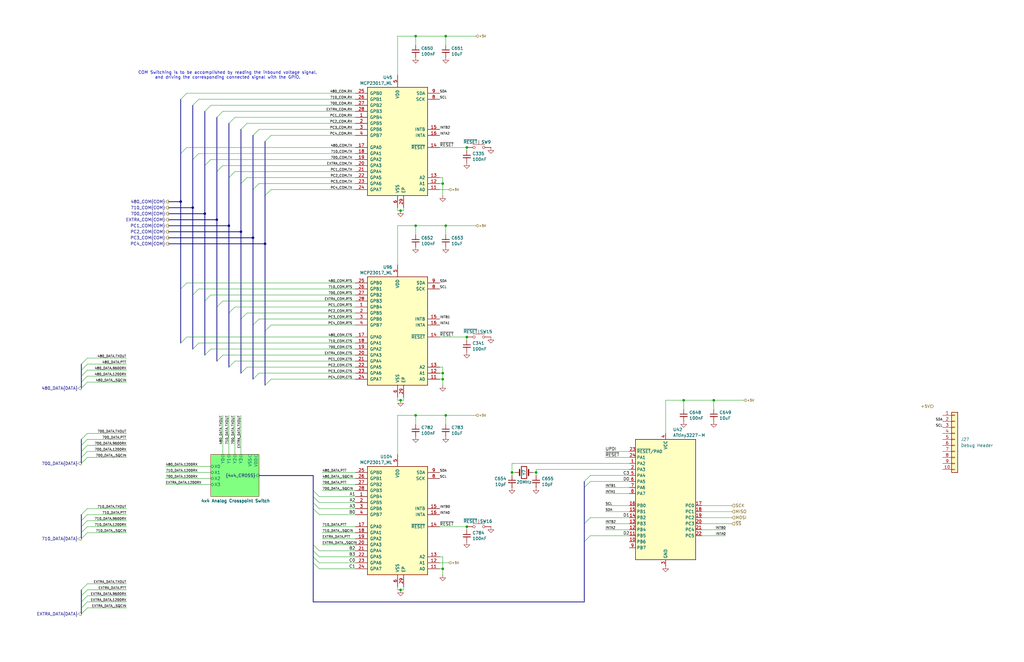
<source format=kicad_sch>
(kicad_sch (version 20250114) (generator "eeschema") (generator_version "9.0")
  (paper "B")
  (lib_symbols
    (symbol "Connector_Generic:Conn_01x10" (pin_names (offset 1.016) (hide yes))
      (property "Reference" "J" (at 0 12.7 0))
      (property "Value" "Conn_01x10" (at 0 -15.24 0))
      (symbol "Conn_01x10_1_1"
        (rectangle (start -1.27 11.43) (end 1.27 -13.97) (stroke (width 0.254)) (fill (type background)))
        (rectangle (start -1.27 10.287) (end 0 10.033) (stroke (width 0.1524)))
        (rectangle (start -1.27 7.747) (end 0 7.493) (stroke (width 0.1524)))
        (rectangle (start -1.27 5.207) (end 0 4.953) (stroke (width 0.1524)))
        (rectangle (start -1.27 2.667) (end 0 2.413) (stroke (width 0.1524)))
        (rectangle (start -1.27 0.127) (end 0 -0.127) (stroke (width 0.1524)))
        (rectangle (start -1.27 -2.413) (end 0 -2.667) (stroke (width 0.1524)))
        (rectangle (start -1.27 -4.953) (end 0 -5.207) (stroke (width 0.1524)))
        (rectangle (start -1.27 -7.493) (end 0 -7.747) (stroke (width 0.1524)))
        (rectangle (start -1.27 -10.033) (end 0 -10.287) (stroke (width 0.1524)))
        (rectangle (start -1.27 -12.573) (end 0 -12.827) (stroke (width 0.1524)))
        (pin passive line (at -5.08 10.16 0) (length 3.81) (name "Pin_1") (number "1"))
        (pin passive line (at -5.08 7.62 0) (length 3.81) (name "Pin_2") (number "2"))
        (pin passive line (at -5.08 5.08 0) (length 3.81) (name "Pin_3") (number "3"))
        (pin passive line (at -5.08 2.54 0) (length 3.81) (name "Pin_4") (number "4"))
        (pin passive line (at -5.08 0 0) (length 3.81) (name "Pin_5") (number "5"))
        (pin passive line (at -5.08 -2.54 0) (length 3.81) (name "Pin_6") (number "6"))
        (pin passive line (at -5.08 -5.08 0) (length 3.81) (name "Pin_7") (number "7"))
        (pin passive line (at -5.08 -7.62 0) (length 3.81) (name "Pin_8") (number "8"))
        (pin passive line (at -5.08 -10.16 0) (length 3.81) (name "Pin_9") (number "9"))
        (pin passive line (at -5.08 -12.7 0) (length 3.81) (name "Pin_10") (number "10"))
      )
    )
    (symbol "Device:C_Small" (pin_numbers (hide yes)) (pin_names (offset 0.254) (hide yes))
      (property "Reference" "C" (at 0.254 1.778 0))
      (property "Value" "C_Small" (at 0.254 -2.032 0))
      (symbol "C_Small_0_1"
        (polyline (pts (xy -1.524 0.508) (xy 1.524 0.508)) (stroke (width 0.3048)))
        (polyline (pts (xy -1.524 -0.508) (xy 1.524 -0.508)) (stroke (width 0.3302)))
      )
      (symbol "C_Small_1_1"
        (pin passive line (at 0 2.54 270) (length 2.032) (name "~") (number "1"))
        (pin passive line (at 0 -2.54 90) (length 2.032) (name "~") (number "2"))
      )
    )
    (symbol "Device:Crystal" (pin_numbers (hide yes)) (pin_names (offset 1.016) (hide yes))
      (property "Reference" "Y" (at 0 3.81 0))
      (property "Value" "Crystal" (at 0 -3.81 0))
      (symbol "Crystal_0_1"
        (polyline (pts (xy -2.54 0) (xy -1.905 0)))
        (polyline (pts (xy -1.905 -1.27) (xy -1.905 1.27)) (stroke (width 0.508)))
        (rectangle (start -1.143 2.54) (end 1.143 -2.54) (stroke (width 0.3048)))
        (polyline (pts (xy 1.905 -1.27) (xy 1.905 1.27)) (stroke (width 0.508)))
        (polyline (pts (xy 2.54 0) (xy 1.905 0)))
      )
      (symbol "Crystal_1_1"
        (pin passive line (at -3.81 0 0) (length 1.27) (name "1") (number "1"))
        (pin passive line (at 3.81 0 180) (length 1.27) (name "2") (number "2"))
      )
    )
    (symbol "Interface_Expansion:MCP23017_ML" (pin_names (offset 1.016))
      (property "Reference" "U" (at -11.43 24.13 0))
      (property "Value" "MCP23017_ML" (at 0 0 0))
      (symbol "MCP23017_ML_0_1"
        (rectangle (start -12.7 22.86) (end 12.7 -22.86) (stroke (width 0.254)) (fill (type background)))
      )
      (symbol "MCP23017_ML_1_1"
        (pin bidirectional line (at -17.78 20.32 0) (length 5.08) (name "SDA") (number "9"))
        (pin input line (at -17.78 17.78 0) (length 5.08) (name "SCK") (number "8"))
        (pin tri_state line (at -17.78 5.08 0) (length 5.08) (name "INTB") (number "15"))
        (pin tri_state line (at -17.78 2.54 0) (length 5.08) (name "INTA") (number "16"))
        (pin input line (at -17.78 -2.54 0) (length 5.08) (name "~{RESET}") (number "14"))
        (pin input line (at -17.78 -15.24 0) (length 5.08) (name "A2") (number "13"))
        (pin input line (at -17.78 -17.78 0) (length 5.08) (name "A1") (number "12"))
        (pin input line (at -17.78 -20.32 0) (length 5.08) (name "A0") (number "11"))
        (pin no_connect line (at -12.7 15.24 0) (length 5.08) (hide yes) (name "NC") (number "7"))
        (pin no_connect line (at -12.7 12.7 0) (length 5.08) (hide yes) (name "NC") (number "10"))
        (pin passive line (at -2.54 -27.94 90) (length 5.08) (name "EP") (number "29"))
        (pin power_in line (at 0 27.94 270) (length 5.08) (name "VDD") (number "5"))
        (pin power_in line (at 0 -27.94 90) (length 5.08) (name "VSS") (number "6"))
        (pin bidirectional line (at 17.78 20.32 180) (length 5.08) (name "GPB0") (number "25"))
        (pin bidirectional line (at 17.78 17.78 180) (length 5.08) (name "GPB1") (number "26"))
        (pin bidirectional line (at 17.78 15.24 180) (length 5.08) (name "GPB2") (number "27"))
        (pin bidirectional line (at 17.78 12.7 180) (length 5.08) (name "GPB3") (number "28"))
        (pin bidirectional line (at 17.78 10.16 180) (length 5.08) (name "GPB4") (number "1"))
        (pin bidirectional line (at 17.78 7.62 180) (length 5.08) (name "GPB5") (number "2"))
        (pin bidirectional line (at 17.78 5.08 180) (length 5.08) (name "GPB6") (number "3"))
        (pin output line (at 17.78 2.54 180) (length 5.08) (name "GPB7") (number "4"))
        (pin bidirectional line (at 17.78 -2.54 180) (length 5.08) (name "GPA0") (number "17"))
        (pin bidirectional line (at 17.78 -5.08 180) (length 5.08) (name "GPA1") (number "18"))
        (pin bidirectional line (at 17.78 -7.62 180) (length 5.08) (name "GPA2") (number "19"))
        (pin bidirectional line (at 17.78 -10.16 180) (length 5.08) (name "GPA3") (number "20"))
        (pin bidirectional line (at 17.78 -12.7 180) (length 5.08) (name "GPA4") (number "21"))
        (pin bidirectional line (at 17.78 -15.24 180) (length 5.08) (name "GPA5") (number "22"))
        (pin bidirectional line (at 17.78 -17.78 180) (length 5.08) (name "GPA6") (number "23"))
        (pin output line (at 17.78 -20.32 180) (length 5.08) (name "GPA7") (number "24"))
      )
    )
    (symbol "MCU_Microchip_ATtiny:ATtiny3227-M"
      (property "Reference" "U" (at -12.7 26.67 0))
      (property "Value" "ATtiny3227-M" (at 2.54 -26.67 0))
      (symbol "ATtiny3227-M_0_1"
        (rectangle (start -12.7 -25.4) (end 12.7 25.4) (stroke (width 0.254)) (fill (type background)))
      )
      (symbol "ATtiny3227-M_1_1"
        (pin bidirectional line (at -15.24 -2.54 0) (length 2.54) (name "PC0") (number "17"))
        (pin bidirectional line (at -15.24 -5.08 0) (length 2.54) (name "PC1") (number "18"))
        (pin bidirectional line (at -15.24 -7.62 0) (length 2.54) (name "PC2") (number "19"))
        (pin bidirectional line (at -15.24 -10.16 0) (length 2.54) (name "PC3") (number "20"))
        (pin bidirectional line (at -15.24 -12.7 0) (length 2.54) (name "PC4") (number "21"))
        (pin bidirectional line (at -15.24 -15.24 0) (length 2.54) (name "PC5") (number "22"))
        (pin power_in line (at 0 27.94 270) (length 2.54) (name "VCC") (number "4"))
        (pin passive line (at 0 -27.94 90) (length 2.54) (hide yes) (name "GND") (number "25"))
        (pin power_in line (at 0 -27.94 90) (length 2.54) (name "GND") (number "3"))
        (pin bidirectional line (at 15.24 20.32 180) (length 2.54) (name "~{RESET}/PA0") (number "23"))
        (pin bidirectional line (at 15.24 17.78 180) (length 2.54) (name "PA1") (number "24"))
        (pin bidirectional line (at 15.24 15.24 180) (length 2.54) (name "PA2") (number "1"))
        (pin bidirectional line (at 15.24 12.7 180) (length 2.54) (name "PA3") (number "2"))
        (pin bidirectional line (at 15.24 10.16 180) (length 2.54) (name "PA4") (number "5"))
        (pin bidirectional line (at 15.24 7.62 180) (length 2.54) (name "PA5") (number "6"))
        (pin bidirectional line (at 15.24 5.08 180) (length 2.54) (name "PA6") (number "7"))
        (pin bidirectional line (at 15.24 2.54 180) (length 2.54) (name "PA7") (number "8"))
        (pin bidirectional line (at 15.24 -2.54 180) (length 2.54) (name "PB0") (number "16"))
        (pin bidirectional line (at 15.24 -5.08 180) (length 2.54) (name "PB1") (number "15"))
        (pin bidirectional line (at 15.24 -7.62 180) (length 2.54) (name "PB2") (number "14"))
        (pin bidirectional line (at 15.24 -10.16 180) (length 2.54) (name "PB3") (number "13"))
        (pin bidirectional line (at 15.24 -12.7 180) (length 2.54) (name "PB4") (number "12"))
        (pin bidirectional line (at 15.24 -15.24 180) (length 2.54) (name "PB5") (number "11"))
        (pin bidirectional line (at 15.24 -17.78 180) (length 2.54) (name "PB6") (number "10"))
        (pin bidirectional line (at 15.24 -20.32 180) (length 2.54) (name "PB7") (number "9"))
      )
    )
    (symbol "Switch:SW_Push" (pin_numbers (hide yes)) (pin_names (offset 1.016) (hide yes))
      (property "Reference" "SW" (at 1.27 2.54 0))
      (property "Value" "SW_Push" (at 0 -1.524 0))
      (symbol "SW_Push_0_1"
        (circle (center -2.032 0) (radius 0.508))
        (polyline (pts (xy 0 1.27) (xy 0 3.048)))
        (circle (center 2.032 0) (radius 0.508))
        (polyline (pts (xy 2.54 1.27) (xy -2.54 1.27)))
        (pin passive line (at -5.08 0 0) (length 2.54) (name "1") (number "1"))
        (pin passive line (at 5.08 0 180) (length 2.54) (name "2") (number "2"))
      )
    )
    (symbol "power:GND" (power) (pin_numbers (hide yes)) (pin_names (offset 0) (hide yes))
      (property "Value" "GND" (at 0 -3.81 0))
      (symbol "GND_0_1"
        (polyline (pts (xy 0 0) (xy 0 -1.27) (xy 1.27 -1.27) (xy 0 -2.54) (xy -1.27 -1.27) (xy 0 -1.27)))
      )
      (symbol "GND_1_1"
        (pin power_in line (at 0 0 270) (length 0) (name "~") (number "1"))
      )
    )
  )
  (text "COM Switching is to be accomplished by reading the inbound voltage signal,\nand driving the corresponding connected signal with the GPIO." (at 96.012 31.75 0) (effects (font (size 1.27 1.27))))
  (junction (at 186.69 77.47))
  (junction (at 175.26 15.24))
  (junction (at 187.96 95.25))
  (junction (at 196.85 62.23))
  (junction (at 76.2 85.09))
  (junction (at 175.26 95.25))
  (junction (at 91.44 92.71))
  (junction (at 186.69 160.02))
  (junction (at 196.85 222.25))
  (junction (at 96.52 95.25))
  (junction (at 168.91 168.91))
  (junction (at 226.06 199.39))
  (junction (at 215.9 199.39))
  (junction (at 86.36 90.17))
  (junction (at 187.96 175.26))
  (junction (at 187.96 15.24))
  (junction (at 111.76 102.87))
  (junction (at 288.29 168.91))
  (junction (at 175.26 175.26))
  (junction (at 81.28 87.63))
  (junction (at 300.99 168.91))
  (junction (at 101.6 97.79))
  (junction (at 106.68 100.33))
  (junction (at 186.69 240.03))
  (junction (at 196.85 142.24))
  (junction (at 168.91 88.9))
  (junction (at 168.91 248.92))
  (junction (at 186.69 157.48))
  (bus_entry (at 99.06 152.4) (size -2.54 2.54))
  (bus_entry (at 36.83 248.92) (size -2.54 2.54))
  (bus_entry (at 78.74 119.38) (size -2.54 2.54))
  (bus_entry (at 78.74 142.24) (size -2.54 2.54))
  (bus_entry (at 93.98 149.86) (size -2.54 2.54))
  (bus_entry (at 36.83 190.5) (size -2.54 2.54))
  (bus_entry (at 36.83 217.17) (size -2.54 2.54))
  (bus_entry (at 104.14 132.08) (size -2.54 2.54))
  (bus_entry (at 83.82 41.91) (size -2.54 2.54))
  (bus_entry (at 36.83 222.25) (size -2.54 2.54))
  (bus_entry (at 78.74 62.23) (size -2.54 2.54))
  (bus_entry (at 36.83 254) (size -2.54 2.54))
  (bus_entry (at 83.82 144.78) (size -2.54 2.54))
  (bus_entry (at 132.08 207.01) (size 2.54 2.54))
  (bus_entry (at 246.38 203.2) (size 2.54 -2.54))
  (bus_entry (at 99.06 129.54) (size -2.54 2.54))
  (bus_entry (at 36.83 187.96) (size -2.54 2.54))
  (bus_entry (at 83.82 64.77) (size -2.54 2.54))
  (bus_entry (at 93.98 69.85) (size -2.54 2.54))
  (bus_entry (at 114.3 80.01) (size -2.54 2.54))
  (bus_entry (at 104.14 154.94) (size -2.54 2.54))
  (bus_entry (at 109.22 54.61) (size -2.54 2.54))
  (bus_entry (at 36.83 224.79) (size -2.54 2.54))
  (bus_entry (at 132.08 234.95) (size 2.54 2.54))
  (bus_entry (at 36.83 151.13) (size -2.54 2.54))
  (bus_entry (at 36.83 158.75) (size -2.54 2.54))
  (bus_entry (at 36.83 193.04) (size -2.54 2.54))
  (bus_entry (at 36.83 251.46) (size -2.54 2.54))
  (bus_entry (at 246.38 205.74) (size 2.54 -2.54))
  (bus_entry (at 99.06 72.39) (size -2.54 2.54))
  (bus_entry (at 104.14 74.93) (size -2.54 2.54))
  (bus_entry (at 109.22 157.48) (size -2.54 2.54))
  (bus_entry (at 132.08 209.55) (size 2.54 2.54))
  (bus_entry (at 36.83 246.38) (size -2.54 2.54))
  (bus_entry (at 109.22 77.47) (size -2.54 2.54))
  (bus_entry (at 88.9 44.45) (size -2.54 2.54))
  (bus_entry (at 36.83 256.54) (size -2.54 2.54))
  (bus_entry (at 109.22 134.62) (size -2.54 2.54))
  (bus_entry (at 132.08 237.49) (size 2.54 2.54))
  (bus_entry (at 36.83 185.42) (size -2.54 2.54))
  (bus_entry (at 36.83 153.67) (size -2.54 2.54))
  (bus_entry (at 132.08 232.41) (size 2.54 2.54))
  (bus_entry (at 132.08 212.09) (size 2.54 2.54))
  (bus_entry (at 36.83 156.21) (size -2.54 2.54))
  (bus_entry (at 36.83 161.29) (size -2.54 2.54))
  (bus_entry (at 36.83 214.63) (size -2.54 2.54))
  (bus_entry (at 88.9 124.46) (size -2.54 2.54))
  (bus_entry (at 78.74 39.37) (size -2.54 2.54))
  (bus_entry (at 104.14 52.07) (size -2.54 2.54))
  (bus_entry (at 246.38 220.98) (size 2.54 -2.54))
  (bus_entry (at 88.9 67.31) (size -2.54 2.54))
  (bus_entry (at 114.3 137.16) (size -2.54 2.54))
  (bus_entry (at 36.83 182.88) (size -2.54 2.54))
  (bus_entry (at 132.08 229.87) (size 2.54 2.54))
  (bus_entry (at 36.83 219.71) (size -2.54 2.54))
  (bus_entry (at 83.82 121.92) (size -2.54 2.54))
  (bus_entry (at 114.3 160.02) (size -2.54 2.54))
  (bus_entry (at 99.06 49.53) (size -2.54 2.54))
  (bus_entry (at 246.38 228.6) (size 2.54 -2.54))
  (bus_entry (at 88.9 147.32) (size -2.54 2.54))
  (bus_entry (at 93.98 127) (size -2.54 2.54))
  (bus_entry (at 114.3 57.15) (size -2.54 2.54))
  (bus_entry (at 93.98 46.99) (size -2.54 2.54))
  (bus_entry (at 132.08 214.63) (size 2.54 2.54))
  (wire (pts (xy 226.06 198.12) (xy 226.06 199.39)))
  (wire (pts (xy 99.06 175.26) (xy 99.06 191.77)))
  (wire (pts (xy 187.96 95.25) (xy 175.26 95.25)))
  (wire (pts (xy 88.9 124.46) (xy 149.86 124.46)))
  (wire (pts (xy 93.98 46.99) (xy 149.86 46.99)))
  (wire (pts (xy 215.9 199.39) (xy 217.17 199.39)))
  (bus (pts (xy 132.08 209.55) (xy 132.08 212.09)))
  (wire (pts (xy 93.98 127) (xy 149.86 127)))
  (bus (pts (xy 101.6 77.47) (xy 101.6 97.79)))
  (bus (pts (xy 111.76 139.7) (xy 111.76 162.56)))
  (wire (pts (xy 99.06 129.54) (xy 149.86 129.54)))
  (bus (pts (xy 86.36 90.17) (xy 86.36 69.85)))
  (bus (pts (xy 106.68 137.16) (xy 106.68 160.02)))
  (bus (pts (xy 34.29 193.04) (xy 34.29 195.58)))
  (bus (pts (xy 34.29 219.71) (xy 34.29 222.25)))
  (wire (pts (xy 187.96 175.26) (xy 175.26 175.26)))
  (wire (pts (xy 265.43 200.66) (xy 248.92 200.66)))
  (wire (pts (xy 36.83 251.46) (xy 53.34 251.46)))
  (bus (pts (xy 34.29 217.17) (xy 34.29 219.71)))
  (bus (pts (xy 111.76 82.55) (xy 111.76 102.87)))
  (wire (pts (xy 170.18 87.63) (xy 170.18 88.9)))
  (wire (pts (xy 196.85 222.25) (xy 196.85 223.52)))
  (wire (pts (xy 36.83 156.21) (xy 53.34 156.21)))
  (wire (pts (xy 36.83 224.79) (xy 53.34 224.79)))
  (bus (pts (xy 246.38 228.6) (xy 246.38 220.98)))
  (wire (pts (xy 248.92 226.06) (xy 265.43 226.06)))
  (wire (pts (xy 186.69 240.03) (xy 186.69 242.57)))
  (wire (pts (xy 135.89 201.93) (xy 149.86 201.93)))
  (wire (pts (xy 109.22 54.61) (xy 149.86 54.61)))
  (wire (pts (xy 280.67 168.91) (xy 280.67 182.88)))
  (wire (pts (xy 196.85 62.23) (xy 196.85 63.5)))
  (wire (pts (xy 78.74 39.37) (xy 149.86 39.37)))
  (wire (pts (xy 149.86 209.55) (xy 134.62 209.55)))
  (wire (pts (xy 104.14 132.08) (xy 149.86 132.08)))
  (wire (pts (xy 36.83 222.25) (xy 53.34 222.25)))
  (wire (pts (xy 149.86 214.63) (xy 134.62 214.63)))
  (wire (pts (xy 226.06 198.12) (xy 265.43 198.12)))
  (wire (pts (xy 255.27 190.5) (xy 265.43 190.5)))
  (wire (pts (xy 167.64 175.26) (xy 167.64 191.77)))
  (wire (pts (xy 88.9 44.45) (xy 149.86 44.45)))
  (bus (pts (xy 101.6 134.62) (xy 101.6 157.48)))
  (wire (pts (xy 78.74 119.38) (xy 149.86 119.38)))
  (wire (pts (xy 175.26 175.26) (xy 175.26 179.07)))
  (bus (pts (xy 132.08 234.95) (xy 132.08 237.49)))
  (bus (pts (xy 76.2 85.09) (xy 76.2 121.92)))
  (wire (pts (xy 187.96 15.24) (xy 175.26 15.24)))
  (bus (pts (xy 34.29 158.75) (xy 34.29 161.29)))
  (wire (pts (xy 135.89 204.47) (xy 149.86 204.47)))
  (wire (pts (xy 93.98 69.85) (xy 149.86 69.85)))
  (wire (pts (xy 99.06 72.39) (xy 149.86 72.39)))
  (wire (pts (xy 36.83 187.96) (xy 53.34 187.96)))
  (wire (pts (xy 36.83 153.67) (xy 53.34 153.67)))
  (wire (pts (xy 69.85 199.39) (xy 88.9 199.39)))
  (wire (pts (xy 135.89 199.39) (xy 149.86 199.39)))
  (wire (pts (xy 83.82 64.77) (xy 149.86 64.77)))
  (bus (pts (xy 132.08 212.09) (xy 132.08 214.63)))
  (wire (pts (xy 186.69 157.48) (xy 185.42 157.48)))
  (wire (pts (xy 186.69 160.02) (xy 186.69 162.56)))
  (wire (pts (xy 186.69 234.95) (xy 185.42 234.95)))
  (wire (pts (xy 255.27 215.9) (xy 265.43 215.9)))
  (wire (pts (xy 78.74 142.24) (xy 149.86 142.24)))
  (wire (pts (xy 167.64 247.65) (xy 167.64 248.92)))
  (wire (pts (xy 149.86 217.17) (xy 134.62 217.17)))
  (bus (pts (xy 106.68 57.15) (xy 106.68 80.01)))
  (bus (pts (xy 81.28 87.63) (xy 81.28 124.46)))
  (wire (pts (xy 69.85 204.47) (xy 88.9 204.47)))
  (wire (pts (xy 186.69 157.48) (xy 186.69 160.02)))
  (wire (pts (xy 135.89 224.79) (xy 149.86 224.79)))
  (wire (pts (xy 170.18 247.65) (xy 170.18 248.92)))
  (bus (pts (xy 34.29 161.29) (xy 34.29 163.83)))
  (wire (pts (xy 255.27 223.52) (xy 265.43 223.52)))
  (bus (pts (xy 246.38 205.74) (xy 246.38 220.98)))
  (bus (pts (xy 109.22 200.66) (xy 132.08 200.66)))
  (bus (pts (xy 76.2 64.77) (xy 76.2 85.09)))
  (wire (pts (xy 109.22 134.62) (xy 149.86 134.62)))
  (bus (pts (xy 246.38 254) (xy 132.08 254)))
  (wire (pts (xy 255.27 205.74) (xy 265.43 205.74)))
  (wire (pts (xy 99.06 49.53) (xy 149.86 49.53)))
  (wire (pts (xy 313.69 168.91) (xy 300.99 168.91)))
  (wire (pts (xy 226.06 200.66) (xy 226.06 199.39)))
  (wire (pts (xy 215.9 200.66) (xy 215.9 199.39)))
  (wire (pts (xy 168.91 168.91) (xy 170.18 168.91)))
  (wire (pts (xy 185.42 237.49) (xy 189.23 237.49)))
  (wire (pts (xy 186.69 77.47) (xy 185.42 77.47)))
  (wire (pts (xy 186.69 77.47) (xy 186.69 74.93)))
  (bus (pts (xy 71.12 87.63) (xy 81.28 87.63)))
  (wire (pts (xy 167.64 15.24) (xy 167.64 31.75)))
  (wire (pts (xy 167.64 88.9) (xy 168.91 88.9)))
  (wire (pts (xy 186.69 74.93) (xy 185.42 74.93)))
  (wire (pts (xy 167.64 248.92) (xy 168.91 248.92)))
  (wire (pts (xy 93.98 175.26) (xy 93.98 191.77)))
  (wire (pts (xy 36.83 217.17) (xy 53.34 217.17)))
  (wire (pts (xy 200.66 175.26) (xy 187.96 175.26)))
  (wire (pts (xy 88.9 147.32) (xy 149.86 147.32)))
  (wire (pts (xy 104.14 74.93) (xy 149.86 74.93)))
  (wire (pts (xy 168.91 248.92) (xy 170.18 248.92)))
  (wire (pts (xy 167.64 87.63) (xy 167.64 88.9)))
  (wire (pts (xy 186.69 77.47) (xy 186.69 82.55)))
  (wire (pts (xy 196.85 222.25) (xy 185.42 222.25)))
  (wire (pts (xy 69.85 201.93) (xy 88.9 201.93)))
  (wire (pts (xy 69.85 196.85) (xy 88.9 196.85)))
  (wire (pts (xy 295.91 213.36) (xy 308.61 213.36)))
  (wire (pts (xy 185.42 80.01) (xy 189.23 80.01)))
  (wire (pts (xy 295.91 218.44) (xy 308.61 218.44)))
  (wire (pts (xy 295.91 220.98) (xy 308.61 220.98)))
  (wire (pts (xy 149.86 232.41) (xy 134.62 232.41)))
  (wire (pts (xy 96.52 175.26) (xy 96.52 191.77)))
  (wire (pts (xy 149.86 212.09) (xy 134.62 212.09)))
  (wire (pts (xy 255.27 213.36) (xy 265.43 213.36)))
  (bus (pts (xy 71.12 102.87) (xy 111.76 102.87)))
  (bus (pts (xy 101.6 97.79) (xy 101.6 134.62)))
  (bus (pts (xy 86.36 90.17) (xy 86.36 127)))
  (bus (pts (xy 96.52 95.25) (xy 96.52 132.08)))
  (wire (pts (xy 255.27 220.98) (xy 265.43 220.98)))
  (wire (pts (xy 36.83 158.75) (xy 53.34 158.75)))
  (wire (pts (xy 175.26 15.24) (xy 167.64 15.24)))
  (wire (pts (xy 114.3 137.16) (xy 149.86 137.16)))
  (wire (pts (xy 255.27 208.28) (xy 265.43 208.28)))
  (wire (pts (xy 170.18 167.64) (xy 170.18 168.91)))
  (wire (pts (xy 36.83 185.42) (xy 53.34 185.42)))
  (bus (pts (xy 132.08 200.66) (xy 132.08 207.01)))
  (wire (pts (xy 83.82 121.92) (xy 149.86 121.92)))
  (bus (pts (xy 96.52 74.93) (xy 96.52 52.07)))
  (wire (pts (xy 167.64 95.25) (xy 167.64 111.76)))
  (wire (pts (xy 36.83 193.04) (xy 53.34 193.04)))
  (wire (pts (xy 306.07 226.06) (xy 295.91 226.06)))
  (bus (pts (xy 132.08 254) (xy 132.08 237.49)))
  (wire (pts (xy 114.3 80.01) (xy 149.86 80.01)))
  (wire (pts (xy 167.64 167.64) (xy 167.64 168.91)))
  (wire (pts (xy 104.14 154.94) (xy 149.86 154.94)))
  (wire (pts (xy 175.26 15.24) (xy 175.26 19.05)))
  (bus (pts (xy 91.44 92.71) (xy 91.44 72.39)))
  (bus (pts (xy 132.08 232.41) (xy 132.08 234.95)))
  (bus (pts (xy 34.29 187.96) (xy 34.29 190.5)))
  (wire (pts (xy 196.85 142.24) (xy 196.85 143.51)))
  (wire (pts (xy 175.26 95.25) (xy 167.64 95.25)))
  (wire (pts (xy 36.83 182.88) (xy 53.34 182.88)))
  (bus (pts (xy 81.28 67.31) (xy 81.28 44.45)))
  (bus (pts (xy 96.52 95.25) (xy 96.52 74.93)))
  (wire (pts (xy 196.85 62.23) (xy 185.42 62.23)))
  (wire (pts (xy 36.83 246.38) (xy 53.34 246.38)))
  (wire (pts (xy 168.91 88.9) (xy 170.18 88.9)))
  (wire (pts (xy 83.82 41.91) (xy 149.86 41.91)))
  (wire (pts (xy 36.83 151.13) (xy 53.34 151.13)))
  (bus (pts (xy 132.08 207.01) (xy 132.08 209.55)))
  (wire (pts (xy 300.99 168.91) (xy 300.99 172.72)))
  (wire (pts (xy 114.3 57.15) (xy 149.86 57.15)))
  (wire (pts (xy 93.98 149.86) (xy 149.86 149.86)))
  (wire (pts (xy 175.26 95.25) (xy 175.26 99.06)))
  (wire (pts (xy 135.89 227.33) (xy 149.86 227.33)))
  (bus (pts (xy 81.28 87.63) (xy 81.28 67.31)))
  (wire (pts (xy 226.06 199.39) (xy 224.79 199.39)))
  (bus (pts (xy 96.52 154.94) (xy 96.52 132.08)))
  (wire (pts (xy 83.82 144.78) (xy 149.86 144.78)))
  (wire (pts (xy 114.3 160.02) (xy 149.86 160.02)))
  (wire (pts (xy 36.83 161.29) (xy 53.34 161.29)))
  (wire (pts (xy 149.86 234.95) (xy 134.62 234.95)))
  (wire (pts (xy 200.66 15.24) (xy 187.96 15.24)))
  (wire (pts (xy 36.83 248.92) (xy 53.34 248.92)))
  (wire (pts (xy 36.83 219.71) (xy 53.34 219.71)))
  (bus (pts (xy 101.6 54.61) (xy 101.6 77.47)))
  (wire (pts (xy 265.43 203.2) (xy 248.92 203.2)))
  (bus (pts (xy 71.12 97.79) (xy 101.6 97.79)))
  (bus (pts (xy 246.38 205.74) (xy 246.38 203.2)))
  (bus (pts (xy 132.08 214.63) (xy 132.08 229.87)))
  (wire (pts (xy 36.83 254) (xy 53.34 254)))
  (bus (pts (xy 34.29 251.46) (xy 34.29 254)))
  (wire (pts (xy 149.86 237.49) (xy 134.62 237.49)))
  (bus (pts (xy 81.28 124.46) (xy 81.28 147.32)))
  (wire (pts (xy 255.27 193.04) (xy 265.43 193.04)))
  (bus (pts (xy 34.29 190.5) (xy 34.29 193.04)))
  (bus (pts (xy 106.68 100.33) (xy 106.68 137.16)))
  (wire (pts (xy 196.85 142.24) (xy 185.42 142.24)))
  (bus (pts (xy 71.12 90.17) (xy 86.36 90.17)))
  (wire (pts (xy 99.06 152.4) (xy 149.86 152.4)))
  (bus (pts (xy 34.29 185.42) (xy 34.29 187.96)))
  (bus (pts (xy 71.12 85.09) (xy 76.2 85.09)))
  (wire (pts (xy 36.83 214.63) (xy 53.34 214.63)))
  (wire (pts (xy 186.69 240.03) (xy 186.69 234.95)))
  (wire (pts (xy 306.07 223.52) (xy 295.91 223.52)))
  (wire (pts (xy 265.43 218.44) (xy 248.92 218.44)))
  (bus (pts (xy 34.29 254) (xy 34.29 256.54)))
  (bus (pts (xy 34.29 156.21) (xy 34.29 158.75)))
  (bus (pts (xy 91.44 129.54) (xy 91.44 152.4)))
  (wire (pts (xy 78.74 62.23) (xy 149.86 62.23)))
  (wire (pts (xy 109.22 157.48) (xy 149.86 157.48)))
  (wire (pts (xy 149.86 240.03) (xy 134.62 240.03)))
  (bus (pts (xy 34.29 256.54) (xy 34.29 259.08)))
  (wire (pts (xy 288.29 168.91) (xy 288.29 172.72)))
  (wire (pts (xy 101.6 175.26) (xy 101.6 191.77)))
  (wire (pts (xy 185.42 240.03) (xy 186.69 240.03)))
  (bus (pts (xy 106.68 80.01) (xy 106.68 100.33)))
  (wire (pts (xy 135.89 222.25) (xy 149.86 222.25)))
  (wire (pts (xy 215.9 195.58) (xy 215.9 199.39)))
  (wire (pts (xy 135.89 229.87) (xy 149.86 229.87)))
  (wire (pts (xy 185.42 160.02) (xy 186.69 160.02)))
  (bus (pts (xy 76.2 144.78) (xy 76.2 121.92)))
  (bus (pts (xy 34.29 224.79) (xy 34.29 227.33)))
  (bus (pts (xy 91.44 72.39) (xy 91.44 49.53)))
  (wire (pts (xy 200.66 95.25) (xy 187.96 95.25)))
  (wire (pts (xy 135.89 207.01) (xy 149.86 207.01)))
  (wire (pts (xy 104.14 52.07) (xy 149.86 52.07)))
  (bus (pts (xy 71.12 95.25) (xy 96.52 95.25)))
  (wire (pts (xy 186.69 154.94) (xy 185.42 154.94)))
  (wire (pts (xy 288.29 168.91) (xy 280.67 168.91)))
  (bus (pts (xy 132.08 229.87) (xy 132.08 232.41)))
  (bus (pts (xy 86.36 127) (xy 86.36 149.86)))
  (wire (pts (xy 187.96 175.26) (xy 187.96 179.07)))
  (wire (pts (xy 187.96 95.25) (xy 187.96 99.06)))
  (wire (pts (xy 167.64 168.91) (xy 168.91 168.91)))
  (wire (pts (xy 300.99 168.91) (xy 288.29 168.91)))
  (bus (pts (xy 34.29 248.92) (xy 34.29 251.46)))
  (bus (pts (xy 246.38 228.6) (xy 246.38 254)))
  (bus (pts (xy 76.2 64.77) (xy 76.2 41.91)))
  (wire (pts (xy 36.83 256.54) (xy 53.34 256.54)))
  (wire (pts (xy 36.83 190.5) (xy 53.34 190.5)))
  (wire (pts (xy 88.9 67.31) (xy 149.86 67.31)))
  (bus (pts (xy 71.12 100.33) (xy 106.68 100.33)))
  (bus (pts (xy 34.29 153.67) (xy 34.29 156.21)))
  (bus (pts (xy 34.29 222.25) (xy 34.29 224.79)))
  (wire (pts (xy 295.91 215.9) (xy 308.61 215.9)))
  (wire (pts (xy 186.69 154.94) (xy 186.69 157.48)))
  (bus (pts (xy 111.76 102.87) (xy 111.76 139.7)))
  (wire (pts (xy 109.22 77.47) (xy 149.86 77.47)))
  (wire (pts (xy 215.9 195.58) (xy 265.43 195.58)))
  (wire (pts (xy 187.96 15.24) (xy 187.96 19.05)))
  (bus (pts (xy 71.12 92.71) (xy 91.44 92.71)))
  (bus (pts (xy 86.36 69.85) (xy 86.36 46.99)))
  (wire (pts (xy 175.26 175.26) (xy 167.64 175.26)))
  (bus (pts (xy 91.44 92.71) (xy 91.44 129.54)))
  (bus (pts (xy 111.76 59.69) (xy 111.76 82.55)))
  (label "INTA0" (at 185.42 217.17 0) (effects (font (size 1 1))))
  (label "SDA" (at 185.42 119.38 0) (effects (font (size 1 1))))
  (label "EXTRA_DATA.TXOUT" (at 101.6 175.26 270) (effects (font (size 1 1))))
  (label "PC2_COM.RTS" (at 148.59 132.08 180) (effects (font (size 1 1))))
  (label "SDA" (at 185.42 199.39 0) (effects (font (size 1 1))))
  (label "SCL" (at 255.27 213.36 0) (effects (font (size 1 1))))
  (label "SDA" (at 255.27 215.9 0) (effects (font (size 1 1))))
  (label "700_COM.CTS" (at 148.59 147.32 180) (effects (font (size 1 1))))
  (label "EXTRA_DATA.1200RX" (at 69.85 204.47 0) (effects (font (size 1 1))))
  (label "710_COM.TX" (at 148.59 64.77 180) (effects (font (size 1 1))))
  (label "700_COM.RX" (at 148.59 44.45 180) (effects (font (size 1 1))))
  (label "480_COM.RTS" (at 148.59 119.38 180) (effects (font (size 1 1))))
  (label "710_DATA.1200RX" (at 53.34 222.25 180) (effects (font (size 1 1))))
  (label "700_DATA.1200RX" (at 69.85 201.93 0) (effects (font (size 1 1))))
  (label "PC1_COM.RX" (at 148.59 49.53 180) (effects (font (size 1 1))))
  (label "480_DATA.TXOUT" (at 93.98 175.26 270) (effects (font (size 1 1))))
  (label "480_DATA.TXOUT" (at 53.34 151.13 180) (effects (font (size 1 1))))
  (label "A3" (at 149.86 214.63 180))
  (label "PC3_COM.RTS" (at 148.59 134.62 180) (effects (font (size 1 1))))
  (label "480_DATA.1200RX" (at 53.34 158.75 180) (effects (font (size 1 1))))
  (label "PC2_COM.RX" (at 148.59 52.07 180) (effects (font (size 1 1))))
  (label "PC4_COM.RTS" (at 148.59 137.16 180) (effects (font (size 1 1))))
  (label "SCL" (at 397.51 180.34 180) (effects (font (size 1 1))))
  (label "C0" (at 149.86 237.49 180))
  (label "D0" (at 265.43 203.2 180))
  (label "EXTRA_DATA.PTT" (at 53.34 248.92 180) (effects (font (size 1 1))))
  (label "B3" (at 149.86 234.95 180))
  (label "B2" (at 149.86 232.41 180))
  (label "710_COM.RX" (at 148.59 41.91 180) (effects (font (size 1 1))))
  (label "700_DATA_.SQCIN" (at 135.89 207.01 0) (effects (font (size 1 1))))
  (label "700_COM.TX" (at 148.59 67.31 180) (effects (font (size 1 1))))
  (label "PC4_COM.TX" (at 148.59 80.01 180) (effects (font (size 1 1))))
  (label "710_DATA.PTT" (at 135.89 222.25 0) (effects (font (size 1 1))))
  (label "INTB2" (at 255.27 220.98 0) (effects (font (size 1 1))))
  (label "INTA1" (at 255.27 208.28 0) (effects (font (size 1 1))))
  (label "UPDI" (at 255.27 190.5 0))
  (label "SCL" (at 185.42 41.91 0) (effects (font (size 1 1))))
  (label "EXTRA_DATA.9600RX" (at 53.34 251.46 180) (effects (font (size 1 1))))
  (label "700_DATA_.SQCIN" (at 53.34 193.04 180) (effects (font (size 1 1))))
  (label "SDA" (at 397.51 177.8 180) (effects (font (size 1 1))))
  (label "PC3_COM.CTS" (at 148.59 157.48 180) (effects (font (size 1 1))))
  (label "PC1_COM.CTS" (at 148.59 152.4 180) (effects (font (size 1 1))))
  (label "PC2_COM.CTS" (at 148.59 154.94 180) (effects (font (size 1 1))))
  (label "INTB2" (at 185.42 54.61 0) (effects (font (size 1 1))))
  (label "710_COM.CTS" (at 148.59 144.78 180) (effects (font (size 1 1))))
  (label "700_DATA.9600RX" (at 53.34 187.96 180) (effects (font (size 1 1))))
  (label "SCL" (at 185.42 201.93 0) (effects (font (size 1 1))))
  (label "EXTRA_COM.RTS" (at 148.59 127 180) (effects (font (size 1 1))))
  (label "INTA2" (at 185.42 57.15 0) (effects (font (size 1 1))))
  (label "EXTRA_COM.RX" (at 148.59 46.99 180) (effects (font (size 1 1))))
  (label "480_DATA.9600RX" (at 53.34 156.21 180) (effects (font (size 1 1))))
  (label "INTB0" (at 185.42 214.63 0) (effects (font (size 1 1))))
  (label "700_DATA.TXOUT" (at 99.06 175.26 270) (effects (font (size 1 1))))
  (label "~{RESET}" (at 185.42 142.24 0))
  (label "B0" (at 149.86 217.17 180))
  (label "710_DATA_.SQCIN" (at 135.89 224.79 0) (effects (font (size 1 1))))
  (label "EXTRA_COM.TX" (at 148.59 69.85 180) (effects (font (size 1 1))))
  (label "EXTRA_COM.CTS" (at 148.59 149.86 180) (effects (font (size 1 1))))
  (label "710_DATA.PTT" (at 53.34 217.17 180) (effects (font (size 1 1))))
  (label "INTA2" (at 255.27 223.52 0) (effects (font (size 1 1))))
  (label "INTA1" (at 185.42 137.16 0) (effects (font (size 1 1))))
  (label "EXTRA_DATA.1200RX" (at 53.34 254 180) (effects (font (size 1 1))))
  (label "A2" (at 149.86 212.09 180))
  (label "PC3_COM.TX" (at 148.59 77.47 180) (effects (font (size 1 1))))
  (label "EXTRA_DATA.PTT" (at 135.89 227.33 0) (effects (font (size 1 1))))
  (label "PC2_COM.TX" (at 148.59 74.93 180) (effects (font (size 1 1))))
  (label "710_DATA.9600RX" (at 53.34 219.71 180) (effects (font (size 1 1))))
  (label "480_DATA.1200RX" (at 69.85 196.85 0) (effects (font (size 1 1))))
  (label "SDA" (at 185.42 39.37 0) (effects (font (size 1 1))))
  (label "480_DATA_.SQCIN" (at 53.34 161.29 180) (effects (font (size 1 1))))
  (label "~{RESET}" (at 185.42 222.25 0))
  (label "700_DATA.TXOUT" (at 53.34 182.88 180) (effects (font (size 1 1))))
  (label "EXTRA_DATA.TXOUT" (at 53.34 246.38 180) (effects (font (size 1 1))))
  (label "480_COM.CTS" (at 148.59 142.24 180) (effects (font (size 1 1))))
  (label "710_DATA_.SQCIN" (at 53.34 224.79 180) (effects (font (size 1 1))))
  (label "710_DATA.TXOUT" (at 96.52 175.26 270) (effects (font (size 1 1))))
  (label "EXTRA_DATA_.SQCIN" (at 53.34 256.54 180) (effects (font (size 1 1))))
  (label "480_DATA.PTT" (at 53.34 153.67 180) (effects (font (size 1 1))))
  (label "700_DATA.PTT" (at 53.34 185.42 180) (effects (font (size 1 1))))
  (label "INTB1" (at 185.42 134.62 0) (effects (font (size 1 1))))
  (label "~{RESET}" (at 255.27 193.04 0))
  (label "C1" (at 149.86 240.03 180))
  (label "700_DATA.PTT" (at 135.89 204.47 0) (effects (font (size 1 1))))
  (label "PC4_COM.RX" (at 148.59 57.15 180) (effects (font (size 1 1))))
  (label "480_DATA.PTT" (at 135.89 199.39 0) (effects (font (size 1 1))))
  (label "PC1_COM.TX" (at 148.59 72.39 180) (effects (font (size 1 1))))
  (label "480_DATA_.SQCIN" (at 135.89 201.93 0) (effects (font (size 1 1))))
  (label "PC4_COM.CTS" (at 148.59 160.02 180) (effects (font (size 1 1))))
  (label "INTA0" (at 306.07 226.06 180) (effects (font (size 1 1))))
  (label "PC3_COM.RX" (at 148.59 54.61 180) (effects (font (size 1 1))))
  (label "710_COM.RTS" (at 148.59 121.92 180) (effects (font (size 1 1))))
  (label "C3" (at 265.43 200.66 180))
  (label "480_COM.TX" (at 148.59 62.23 180) (effects (font (size 1 1))))
  (label "EXTRA_DATA_.SQCIN" (at 135.89 229.87 0) (effects (font (size 1 1))))
  (label "D1" (at 265.43 218.44 180))
  (label "D2" (at 265.43 226.06 180))
  (label "~{RESET}" (at 185.42 62.23 0))
  (label "PC1_COM.RTS" (at 148.59 129.54 180) (effects (font (size 1 1))))
  (label "700_DATA.1200RX" (at 53.34 190.5 180) (effects (font (size 1 1))))
  (label "700_COM.RTS" (at 148.59 124.46 180) (effects (font (size 1 1))))
  (label "INTB1" (at 255.27 205.74 0) (effects (font (size 1 1))))
  (label "SCL" (at 185.42 121.92 0) (effects (font (size 1 1))))
  (label "710_DATA.TXOUT" (at 53.34 214.63 180) (effects (font (size 1 1))))
  (label "480_COM.RX" (at 148.59 39.37 180) (effects (font (size 1 1))))
  (label "A1" (at 149.86 209.55 180))
  (label "INTB0" (at 306.07 223.52 180) (effects (font (size 1 1))))
  (label "710_DATA.1200RX" (at 69.85 199.39 0) (effects (font (size 1 1))))
  (hierarchical_label "+5V" (shape input) (at 393.7 171.45 180))
  (hierarchical_label "EXTRA_COM{COM}" (shape output) (at 71.12 92.71 180))
  (hierarchical_label "700_COM{COM}" (shape output) (at 71.12 90.17 180))
  (hierarchical_label "+5V" (shape input) (at 189.23 237.49 0) (effects (font (size 1 1))))
  (hierarchical_label "480_COM{COM}" (shape output) (at 71.12 85.09 180))
  (hierarchical_label "MOSI" (shape input) (at 308.61 218.44 0))
  (hierarchical_label "480_DATA{DATA}" (shape output) (at 34.29 163.83 180))
  (hierarchical_label "PC3_COM{COM}" (shape output) (at 71.12 100.33 180))
  (hierarchical_label "+5V" (shape input) (at 200.66 175.26 0) (effects (font (size 1 1))))
  (hierarchical_label "700_DATA{DATA}" (shape output) (at 34.29 195.58 180))
  (hierarchical_label "PC4_COM{COM}" (shape output) (at 71.12 102.87 180))
  (hierarchical_label "PC1_COM{COM}" (shape output) (at 71.12 95.25 180))
  (hierarchical_label "~{SS}" (shape input) (at 308.61 220.98 0))
  (hierarchical_label "710_COM{COM}" (shape output) (at 71.12 87.63 180))
  (hierarchical_label "+5V" (shape input) (at 189.23 80.01 0) (effects (font (size 1 1))))
  (hierarchical_label "+5V" (shape input) (at 200.66 15.24 0) (effects (font (size 1 1))))
  (hierarchical_label "710_DATA{DATA}" (shape output) (at 34.29 227.33 180))
  (hierarchical_label "MISO" (shape input) (at 308.61 215.9 0))
  (hierarchical_label "+5V" (shape input) (at 313.69 168.91 0) (effects (font (size 1 1))))
  (hierarchical_label "SCK" (shape input) (at 308.61 213.36 0))
  (hierarchical_label "+5V" (shape input) (at 200.66 95.25 0) (effects (font (size 1 1))))
  (hierarchical_label "PC2_COM{COM}" (shape output) (at 71.12 97.79 180))
  (hierarchical_label "EXTRA_DATA{DATA}" (shape output) (at 34.29 259.08 180))
  (symbol (lib_id "power:GND") (at 168.91 168.91 0) (mirror y) (unit 1)
    (property "Reference" "#PWR0552" (effects (hide yes)))
    (property "Value" "GND" (effects (hide yes)))
    (property "Description" "Power symbol creates a global label with name \"GND\" , ground" (effects (hide yes)))
  )
  (symbol (lib_id "power:GND") (at 187.96 184.15 0) (mirror y) (unit 1)
    (property "Reference" "#PWR0935" (effects (hide yes)))
    (property "Value" "GND" (effects (hide yes)))
    (property "Description" "Power symbol creates a global label with name \"GND\" , ground" (effects (hide yes)))
  )
  (symbol (lib_id "Interface_Expansion:MCP23017_ML") (at 167.64 59.69 0) (mirror y) (unit 1)
    (property "Reference" "U45" (at 165.4967 32.6855 0) (effects (justify left)))
    (property "Value" "MCP23017_ML" (at 165.4967 35.1098 0) (effects (justify left)))
    (property "Footprint" "Package_DFN_QFN:QFN-28-1EP_6x6mm_P0.65mm_EP4.25x4.25mm" (effects (hide yes)))
    (property "Datasheet" "https://ww1.microchip.com/downloads/aemDocuments/documents/APID/ProductDocuments/DataSheets/MCP23017-Data-Sheet-DS20001952.pdf" (effects (hide yes)))
    (property "Description" "16-bit I/O expander, I2C, interrupts, w pull-ups, GPA/B7 output only (https://microchip.my.site.com/s/article/GPA7---GPB7-Cannot-Be-Used-as-Inputs-In-MCP23017), QFN-28" (effects (hide yes)))
  )
  (symbol (lib_id "Switch:SW_Push") (at 201.93 142.24 0) (mirror y) (unit 1)
    (property "Reference" "SW15" (at 204.978 139.954 0))
    (property "Value" "~{RESET}" (at 198.374 139.954 0))
    (property "Footprint" "Button_Switch_SMD:SW_SPST_TL3342" (effects (hide yes)))
    (property "Description" "Push button switch, generic, two pins" (effects (hide yes)))
  )
  (symbol (lib_id "power:GND") (at 168.91 248.92 0) (mirror y) (unit 1)
    (property "Reference" "#PWR0932" (effects (hide yes)))
    (property "Value" "GND" (effects (hide yes)))
    (property "Description" "Power symbol creates a global label with name \"GND\" , ground" (effects (hide yes)))
  )
  (symbol (lib_id "power:GND") (at 168.91 88.9 0) (mirror y) (unit 1)
    (property "Reference" "#PWR0528" (effects (hide yes)))
    (property "Value" "GND" (effects (hide yes)))
    (property "Description" "Power symbol creates a global label with name \"GND\" , ground" (effects (hide yes)))
  )
  (symbol (lib_id "Device:C_Small") (at 196.85 66.04 0) (unit 1)
    (property "Reference" "C335" (at 199.1741 64.8341 0) (effects (justify left)))
    (property "Value" "100nF" (at 199.1741 67.2584 0) (effects (justify left)))
    (property "Description" "Unpolarized capacitor, small symbol" (effects (hide yes)))
  )
  (symbol (lib_id "power:GND") (at 175.26 104.14 0) (mirror y) (unit 1)
    (property "Reference" "#PWR0814" (effects (hide yes)))
    (property "Value" "GND" (effects (hide yes)))
    (property "Description" "Power symbol creates a global label with name \"GND\" , ground" (effects (hide yes)))
  )
  (symbol (lib_id "power:GND") (at 300.99 177.8 0) (mirror y) (unit 1)
    (property "Reference" "#PWR0811" (effects (hide yes)))
    (property "Value" "GND" (effects (hide yes)))
    (property "Description" "Power symbol creates a global label with name \"GND\" , ground" (effects (hide yes)))
  )
  (symbol (lib_id "power:GND") (at 207.01 142.24 0) (mirror y) (unit 1)
    (property "Reference" "#PWR0549" (effects (hide yes)))
    (property "Value" "GND" (effects (hide yes)))
    (property "Description" "Power symbol creates a global label with name \"GND\" , ground" (effects (hide yes)))
  )
  (symbol (lib_id "power:GND") (at 196.85 68.58 0) (mirror y) (unit 1)
    (property "Reference" "#PWR0526" (effects (hide yes)))
    (property "Value" "GND" (effects (hide yes)))
    (property "Description" "Power symbol creates a global label with name \"GND\" , ground" (effects (hide yes)))
  )
  (symbol (lib_id "Device:C_Small") (at 187.96 21.59 0) (unit 1)
    (property "Reference" "C651" (at 190.2841 20.3841 0) (effects (justify left)))
    (property "Value" "10uF" (at 190.2841 22.8084 0) (effects (justify left)))
    (property "Description" "Unpolarized capacitor, small symbol" (effects (hide yes)))
  )
  (symbol (lib_id "power:GND") (at 175.26 24.13 0) (mirror y) (unit 1)
    (property "Reference" "#PWR0812" (effects (hide yes)))
    (property "Value" "GND" (effects (hide yes)))
    (property "Description" "Power symbol creates a global label with name \"GND\" , ground" (effects (hide yes)))
  )
  (symbol (lib_id "Device:C_Small") (at 215.9 203.2 0) (mirror y) (unit 1)
    (property "Reference" "C654" (at 213.5759 201.9941 0) (effects (justify left)))
    (property "Value" "10pF" (at 213.5759 204.4184 0) (effects (justify left)))
    (property "Description" "Unpolarized capacitor, small symbol" (effects (hide yes)))
  )
  (symbol (lib_id "power:GND") (at 175.26 184.15 0) (mirror y) (unit 1)
    (property "Reference" "#PWR0933" (effects (hide yes)))
    (property "Value" "GND" (effects (hide yes)))
    (property "Description" "Power symbol creates a global label with name \"GND\" , ground" (effects (hide yes)))
  )
  (symbol (lib_id "power:GND") (at 215.9 205.74 0) (unit 1)
    (property "Reference" "#PWR0817" (effects (hide yes)))
    (property "Value" "GND" (effects (hide yes)))
    (property "Description" "Power symbol creates a global label with name \"GND\" , ground" (effects (hide yes)))
  )
  (symbol (lib_id "power:GND") (at 187.96 104.14 0) (mirror y) (unit 1)
    (property "Reference" "#PWR0815" (effects (hide yes)))
    (property "Value" "GND" (effects (hide yes)))
    (property "Description" "Power symbol creates a global label with name \"GND\" , ground" (effects (hide yes)))
  )
  (symbol (lib_id "Device:C_Small") (at 187.96 101.6 0) (unit 1)
    (property "Reference" "C653" (at 190.2841 100.3941 0) (effects (justify left)))
    (property "Value" "10uF" (at 190.2841 102.8184 0) (effects (justify left)))
    (property "Description" "Unpolarized capacitor, small symbol" (effects (hide yes)))
  )
  (symbol (lib_id "power:GND") (at 186.69 162.56 0) (mirror y) (unit 1)
    (property "Reference" "#PWR0551" (effects (hide yes)))
    (property "Value" "GND" (effects (hide yes)))
    (property "Description" "Power symbol creates a global label with name \"GND\" , ground" (effects (hide yes)))
  )
  (symbol (lib_id "Device:C_Small") (at 175.26 21.59 0) (unit 1)
    (property "Reference" "C650" (at 177.5841 20.3841 0) (effects (justify left)))
    (property "Value" "100nF" (at 177.5841 22.8084 0) (effects (justify left)))
    (property "Description" "Unpolarized capacitor, small symbol" (effects (hide yes)))
  )
  (symbol (lib_id "power:GND") (at 226.06 205.74 0) (unit 1)
    (property "Reference" "#PWR0818" (effects (hide yes)))
    (property "Value" "GND" (effects (hide yes)))
    (property "Description" "Power symbol creates a global label with name \"GND\" , ground" (effects (hide yes)))
  )
  (symbol (lib_id "Connector_Generic:Conn_01x10") (at 402.59 185.42 0) (unit 1)
    (property "Reference" "J27" (at 405.13 185.4199 0) (effects (justify left)))
    (property "Value" "Debug Header" (at 405.13 187.9599 0) (effects (justify left)))
    (property "Description" "Generic connector, single row, 01x10, script generated (kicad-library-utils/schlib/autogen/connector/)" (effects (hide yes)))
  )
  (symbol (lib_id "power:GND") (at 288.29 177.8 0) (mirror y) (unit 1)
    (property "Reference" "#PWR0810" (effects (hide yes)))
    (property "Value" "GND" (effects (hide yes)))
    (property "Description" "Power symbol creates a global label with name \"GND\" , ground" (effects (hide yes)))
  )
  (symbol (lib_id "Interface_Expansion:MCP23017_ML") (at 167.64 219.71 0) (mirror y) (unit 1)
    (property "Reference" "U104" (at 165.4967 192.7055 0) (effects (justify left)))
    (property "Value" "MCP23017_ML" (at 165.4967 195.1298 0) (effects (justify left)))
    (property "Footprint" "Package_DFN_QFN:QFN-28-1EP_6x6mm_P0.65mm_EP4.25x4.25mm" (effects (hide yes)))
    (property "Datasheet" "https://ww1.microchip.com/downloads/aemDocuments/documents/APID/ProductDocuments/DataSheets/MCP23017-Data-Sheet-DS20001952.pdf" (effects (hide yes)))
    (property "Description" "16-bit I/O expander, I2C, interrupts, w pull-ups, GPA/B7 output only (https://microchip.my.site.com/s/article/GPA7---GPB7-Cannot-Be-Used-as-Inputs-In-MCP23017), QFN-28" (effects (hide yes)))
  )
  (symbol (lib_id "Switch:SW_Push") (at 201.93 222.25 0) (mirror y) (unit 1)
    (property "Reference" "SW16" (at 204.978 219.964 0))
    (property "Value" "~{RESET}" (at 198.374 219.964 0))
    (property "Footprint" "Button_Switch_SMD:SW_SPST_TL3342" (effects (hide yes)))
    (property "Description" "Push button switch, generic, two pins" (effects (hide yes)))
  )
  (symbol (lib_id "Device:C_Small") (at 175.26 181.61 0) (unit 1)
    (property "Reference" "C782" (at 177.5841 180.4041 0) (effects (justify left)))
    (property "Value" "100nF" (at 177.5841 182.8284 0) (effects (justify left)))
    (property "Description" "Unpolarized capacitor, small symbol" (effects (hide yes)))
  )
  (symbol (lib_id "Device:C_Small") (at 187.96 181.61 0) (unit 1)
    (property "Reference" "C783" (at 190.2841 180.4041 0) (effects (justify left)))
    (property "Value" "10uF" (at 190.2841 182.8284 0) (effects (justify left)))
    (property "Description" "Unpolarized capacitor, small symbol" (effects (hide yes)))
  )
  (symbol (lib_id "power:GND") (at 207.01 62.23 0) (mirror y) (unit 1)
    (property "Reference" "#PWR0525" (effects (hide yes)))
    (property "Value" "GND" (effects (hide yes)))
    (property "Description" "Power symbol creates a global label with name \"GND\" , ground" (effects (hide yes)))
  )
  (symbol (lib_id "MCU_Microchip_ATtiny:ATtiny3227-M") (at 280.67 210.82 0) (mirror y) (unit 1)
    (property "Reference" "U42" (at 283.7881 181.2755 0) (effects (justify right)))
    (property "Value" "ATtiny3227-M" (at 283.7881 183.6998 0) (effects (justify right)))
    (property "Footprint" "Package_DFN_QFN:QFN-24-1EP_4x4mm_P0.5mm_EP2.6x2.6mm" (effects (hide yes)))
    (property "Datasheet" "https://ww1.microchip.com/downloads/en/DeviceDoc/ATtiny3224-3226-3227-Data-Sheet-DS40002345A.pdf" (effects (hide yes)))
    (property "Description" "20MHz, 32kB Flash, 3kB SRAM, 256B EEPROM, VQFN-24" (effects (hide yes)))
  )
  (symbol (lib_id "power:GND") (at 186.69 82.55 0) (mirror y) (unit 1)
    (property "Reference" "#PWR0527" (effects (hide yes)))
    (property "Value" "GND" (effects (hide yes)))
    (property "Description" "Power symbol creates a global label with name \"GND\" , ground" (effects (hide yes)))
  )
  (symbol (lib_id "Switch:SW_Push") (at 201.93 62.23 0) (mirror y) (unit 1)
    (property "Reference" "SW9" (at 204.978 59.944 0))
    (property "Value" "~{RESET}" (at 198.374 59.944 0))
    (property "Footprint" "Button_Switch_SMD:SW_SPST_TL3342" (effects (hide yes)))
    (property "Description" "Push button switch, generic, two pins" (effects (hide yes)))
  )
  (symbol (lib_id "power:GND") (at 207.01 222.25 0) (mirror y) (unit 1)
    (property "Reference" "#PWR0937" (effects (hide yes)))
    (property "Value" "GND" (effects (hide yes)))
    (property "Description" "Power symbol creates a global label with name \"GND\" , ground" (effects (hide yes)))
  )
  (symbol (lib_id "Device:C_Small") (at 175.26 101.6 0) (unit 1)
    (property "Reference" "C652" (at 177.5841 100.3941 0) (effects (justify left)))
    (property "Value" "100nF" (at 177.5841 102.8184 0) (effects (justify left)))
    (property "Description" "Unpolarized capacitor, small symbol" (effects (hide yes)))
  )
  (symbol (lib_id "Device:C_Small") (at 288.29 175.26 0) (unit 1)
    (property "Reference" "C648" (at 290.6141 174.0541 0) (effects (justify left)))
    (property "Value" "100nF" (at 290.6141 176.4784 0) (effects (justify left)))
    (property "Description" "Unpolarized capacitor, small symbol" (effects (hide yes)))
  )
  (symbol (lib_id "Device:C_Small") (at 300.99 175.26 0) (unit 1)
    (property "Reference" "C649" (at 303.3141 174.0541 0) (effects (justify left)))
    (property "Value" "10uF" (at 303.3141 176.4784 0) (effects (justify left)))
    (property "Description" "Unpolarized capacitor, small symbol" (effects (hide yes)))
  )
  (symbol (lib_id "power:GND") (at 186.69 242.57 0) (mirror y) (unit 1)
    (property "Reference" "#PWR0934" (effects (hide yes)))
    (property "Value" "GND" (effects (hide yes)))
    (property "Description" "Power symbol creates a global label with name \"GND\" , ground" (effects (hide yes)))
  )
  (symbol (lib_id "Interface_Expansion:MCP23017_ML") (at 167.64 139.7 0) (mirror y) (unit 1)
    (property "Reference" "U96" (at 165.4967 112.6955 0) (effects (justify left)))
    (property "Value" "MCP23017_ML" (at 165.4967 115.1198 0) (effects (justify left)))
    (property "Footprint" "Package_DFN_QFN:QFN-28-1EP_6x6mm_P0.65mm_EP4.25x4.25mm" (effects (hide yes)))
    (property "Datasheet" "https://ww1.microchip.com/downloads/aemDocuments/documents/APID/ProductDocuments/DataSheets/MCP23017-Data-Sheet-DS20001952.pdf" (effects (hide yes)))
    (property "Description" "16-bit I/O expander, I2C, interrupts, w pull-ups, GPA/B7 output only (https://microchip.my.site.com/s/article/GPA7---GPB7-Cannot-Be-Used-as-Inputs-In-MCP23017), QFN-28" (effects (hide yes)))
  )
  (symbol (lib_id "power:GND") (at 280.67 238.76 0) (unit 1)
    (property "Reference" "#PWR0946" (effects (hide yes)))
    (property "Value" "GND" (effects (hide yes)))
    (property "Description" "Power symbol creates a global label with name \"GND\" , ground" (effects (hide yes)))
  )
  (symbol (lib_id "power:GND") (at 196.85 148.59 0) (mirror y) (unit 1)
    (property "Reference" "#PWR0550" (effects (hide yes)))
    (property "Value" "GND" (effects (hide yes)))
    (property "Description" "Power symbol creates a global label with name \"GND\" , ground" (effects (hide yes)))
  )
  (symbol (lib_id "Device:C_Small") (at 196.85 146.05 0) (unit 1)
    (property "Reference" "C341" (at 199.1741 144.8441 0) (effects (justify left)))
    (property "Value" "100nF" (at 199.1741 147.2684 0) (effects (justify left)))
    (property "Description" "Unpolarized capacitor, small symbol" (effects (hide yes)))
  )
  (symbol (lib_id "Device:C_Small") (at 196.85 226.06 0) (unit 1)
    (property "Reference" "C784" (at 199.1741 224.8541 0) (effects (justify left)))
    (property "Value" "100nF" (at 199.1741 227.2784 0) (effects (justify left)))
    (property "Description" "Unpolarized capacitor, small symbol" (effects (hide yes)))
  )
  (symbol (lib_id "Device:C_Small") (at 226.06 203.2 0) (unit 1)
    (property "Reference" "C655" (at 228.3841 201.9941 0) (effects (justify left)))
    (property "Value" "10pF" (at 228.3841 204.4184 0) (effects (justify left)))
    (property "Description" "Unpolarized capacitor, small symbol" (effects (hide yes)))
  )
  (symbol (lib_id "power:GND") (at 196.85 228.6 0) (mirror y) (unit 1)
    (property "Reference" "#PWR0936" (effects (hide yes)))
    (property "Value" "GND" (effects (hide yes)))
    (property "Description" "Power symbol creates a global label with name \"GND\" , ground" (effects (hide yes)))
  )
  (symbol (lib_id "power:GND") (at 187.96 24.13 0) (mirror y) (unit 1)
    (property "Reference" "#PWR0813" (effects (hide yes)))
    (property "Value" "GND" (effects (hide yes)))
    (property "Description" "Power symbol creates a global label with name \"GND\" , ground" (effects (hide yes)))
  )
  (symbol (lib_id "Device:Crystal") (at 220.98 199.39 0) (mirror y) (unit 1)
    (property "Reference" "Y7" (at 220.98 199.39 90))
    (property "Value" "20MHz" (at 220.98 203.454 0))
    (property "Datasheet" "https://abracon.com/Resonators/ABS07.pdf" (effects (hide yes)))
    (property "Description" "Two pin crystal" (effects (hide yes)))
  )
  (sheet (at 88.9 191.77) (size 20.32 17.78) (stroke (width 0.1524)) (fill (color 128 255 128 1.0000))
    (property "Sheetname" "4x4 Analog Crosspoint Switch" (at 99.314 212.09 0) (effects (font (thickness 0.254) (bold yes)) (justify bottom)))
    (property "Sheetfile" "Crosspoint_4x4_4066.kicad_sch" (effects (hide yes)))
    (pin "X0" bidirectional (at 88.9 196.85 180))
    (pin "X1" bidirectional (at 88.9 199.39 180))
    (pin "X2" bidirectional (at 88.9 201.93 180))
    (pin "X3" bidirectional (at 88.9 204.47 180))
    (pin "VDD" input (at 107.95 191.77 90))
    (pin "Y0" bidirectional (at 93.98 191.77 90))
    (pin "Y1" bidirectional (at 96.52 191.77 90))
    (pin "Y2" bidirectional (at 99.06 191.77 90))
    (pin "Y3" bidirectional (at 101.6 191.77 90))
    (pin "{4x4_CROSS}" input (at 109.22 200.66 0))
    (pin "VSS" input (at 105.41 191.77 90))
  )
)
</source>
